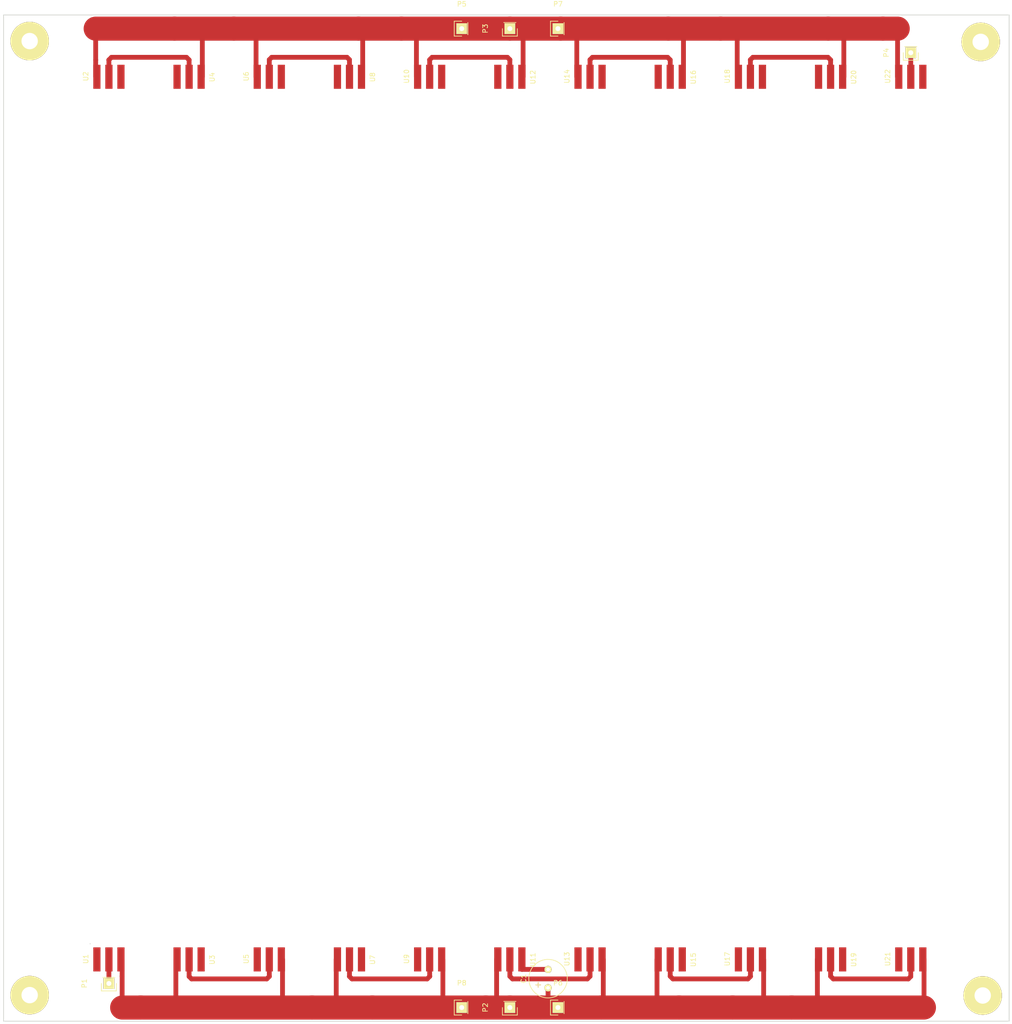
<source format=kicad_pcb>
(kicad_pcb (version 4) (host pcbnew "(2015-05-12 BZR 5652)-product")

  (general
    (links 40)
    (no_connects 0)
    (area 26.824999 -16.975001 235.975001 192.175001)
    (thickness 1.6)
    (drawings 9)
    (tracks 145)
    (zones 0)
    (modules 35)
    (nets 37)
  )

  (page A4)
  (layers
    (0 F.Cu signal)
    (31 B.Cu signal)
    (33 F.Adhes user)
    (35 F.Paste user)
    (37 F.SilkS user)
    (39 F.Mask user)
    (40 Dwgs.User user)
    (41 Cmts.User user)
    (42 Eco1.User user)
    (43 Eco2.User user)
    (44 Edge.Cuts user)
    (45 Margin user)
    (47 F.CrtYd user)
    (49 F.Fab user)
  )

  (setup
    (last_trace_width 1)
    (user_trace_width 5)
    (trace_clearance 0.4)
    (zone_clearance 0.508)
    (zone_45_only no)
    (trace_min 0.2)
    (segment_width 0.2)
    (edge_width 0.15)
    (via_size 0.6)
    (via_drill 0.4)
    (via_min_size 0.4)
    (via_min_drill 0.3)
    (uvia_size 0.3)
    (uvia_drill 0.1)
    (uvias_allowed no)
    (uvia_min_size 0.2)
    (uvia_min_drill 0.1)
    (pcb_text_width 0.3)
    (pcb_text_size 1.5 1.5)
    (mod_edge_width 0.15)
    (mod_text_size 1 1)
    (mod_text_width 0.15)
    (pad_size 8 8)
    (pad_drill 3.4)
    (pad_to_mask_clearance 0.2)
    (aux_axis_origin 26.4 192.6)
    (grid_origin 26.4 192.6)
    (visible_elements FFFFFF7F)
    (pcbplotparams
      (layerselection 0x01000_00000001)
      (usegerberextensions true)
      (excludeedgelayer true)
      (linewidth 0.150000)
      (plotframeref false)
      (viasonmask false)
      (mode 1)
      (useauxorigin true)
      (hpglpennumber 1)
      (hpglpenspeed 20)
      (hpglpendiameter 15)
      (hpglpenoverlay 2)
      (psnegative false)
      (psa4output false)
      (plotreference true)
      (plotvalue true)
      (plotinvisibletext false)
      (padsonsilk false)
      (subtractmaskfromsilk false)
      (outputformat 1)
      (mirror false)
      (drillshape 0)
      (scaleselection 1)
      (outputdirectory Gerbers/))
  )

  (net 0 "")
  (net 1 "Net-(P1-Pad1)")
  (net 2 +5V)
  (net 3 GND)
  (net 4 "Net-(P4-Pad1)")
  (net 5 "Net-(U1-Pad1)")
  (net 6 "Net-(U2-Pad2)")
  (net 7 "Net-(U2-Pad3)")
  (net 8 "Net-(U3-Pad1)")
  (net 9 "Net-(U3-Pad2)")
  (net 10 "Net-(U4-Pad3)")
  (net 11 "Net-(U5-Pad1)")
  (net 12 "Net-(U6-Pad2)")
  (net 13 "Net-(U6-Pad3)")
  (net 14 "Net-(U7-Pad1)")
  (net 15 "Net-(U7-Pad2)")
  (net 16 "Net-(U8-Pad3)")
  (net 17 "Net-(U9-Pad1)")
  (net 18 "Net-(U10-Pad2)")
  (net 19 "Net-(U10-Pad3)")
  (net 20 "Net-(U11-Pad2)")
  (net 21 "Net-(U12-Pad3)")
  (net 22 "Net-(U14-Pad2)")
  (net 23 "Net-(U14-Pad3)")
  (net 24 "Net-(U15-Pad1)")
  (net 25 "Net-(U15-Pad2)")
  (net 26 "Net-(U16-Pad3)")
  (net 27 "Net-(U17-Pad1)")
  (net 28 "Net-(U18-Pad2)")
  (net 29 "Net-(U18-Pad3)")
  (net 30 "Net-(U19-Pad1)")
  (net 31 "Net-(U19-Pad2)")
  (net 32 "Net-(U20-Pad3)")
  (net 33 "Net-(U21-Pad1)")
  (net 34 "Net-(U22-Pad3)")
  (net 35 "Net-(C1-Pad2)")
  (net 36 "Net-(U13-Pad1)")

  (net_class Default "This is the default net class."
    (clearance 0.4)
    (trace_width 1)
    (via_dia 0.6)
    (via_drill 0.4)
    (uvia_dia 0.3)
    (uvia_drill 0.1)
    (add_net +5V)
    (add_net GND)
    (add_net "Net-(C1-Pad2)")
    (add_net "Net-(P1-Pad1)")
    (add_net "Net-(P4-Pad1)")
    (add_net "Net-(U1-Pad1)")
    (add_net "Net-(U10-Pad2)")
    (add_net "Net-(U10-Pad3)")
    (add_net "Net-(U11-Pad2)")
    (add_net "Net-(U12-Pad3)")
    (add_net "Net-(U13-Pad1)")
    (add_net "Net-(U14-Pad2)")
    (add_net "Net-(U14-Pad3)")
    (add_net "Net-(U15-Pad1)")
    (add_net "Net-(U15-Pad2)")
    (add_net "Net-(U16-Pad3)")
    (add_net "Net-(U17-Pad1)")
    (add_net "Net-(U18-Pad2)")
    (add_net "Net-(U18-Pad3)")
    (add_net "Net-(U19-Pad1)")
    (add_net "Net-(U19-Pad2)")
    (add_net "Net-(U2-Pad2)")
    (add_net "Net-(U2-Pad3)")
    (add_net "Net-(U20-Pad3)")
    (add_net "Net-(U21-Pad1)")
    (add_net "Net-(U22-Pad3)")
    (add_net "Net-(U3-Pad1)")
    (add_net "Net-(U3-Pad2)")
    (add_net "Net-(U4-Pad3)")
    (add_net "Net-(U5-Pad1)")
    (add_net "Net-(U6-Pad2)")
    (add_net "Net-(U6-Pad3)")
    (add_net "Net-(U7-Pad1)")
    (add_net "Net-(U7-Pad2)")
    (add_net "Net-(U8-Pad3)")
    (add_net "Net-(U9-Pad1)")
  )

  (module FabLibrary:M3_mount_hole (layer F.Cu) (tedit 5579CB64) (tstamp 5579CF58)
    (at 26.4 -17.4)
    (descr "Through hole socket strip")
    (tags "socket strip")
    (fp_text reference REF** (at 0.02794 5.55498) (layer F.SilkS) hide
      (effects (font (size 1 1) (thickness 0.15)))
    )
    (fp_text value MountHole (at -0.05588 -5.34162) (layer F.Fab) hide
      (effects (font (size 1 1) (thickness 0.15)))
    )
    (pad 1 thru_hole circle (at 5.917 5.917) (size 8 8) (drill 3.4) (layers *.Cu *.Mask F.SilkS))
    (model Socket_Strips.3dshapes/Socket_Strip_Straight_1x01.wrl
      (at (xyz 0 0 0))
      (scale (xyz 1 1 1))
      (rotate (xyz 0 0 180))
    )
  )

  (module FabLibrary:M3_mount_hole (layer F.Cu) (tedit 5579CB64) (tstamp 5579CF2B)
    (at 235.9 -17.234)
    (descr "Through hole socket strip")
    (tags "socket strip")
    (fp_text reference REF** (at 0.02794 5.55498) (layer F.SilkS) hide
      (effects (font (size 1 1) (thickness 0.15)))
    )
    (fp_text value MountHole (at -0.05588 -5.34162) (layer F.Fab) hide
      (effects (font (size 1 1) (thickness 0.15)))
    )
    (pad 1 thru_hole circle (at -5.917 5.917) (size 8 8) (drill 3.4) (layers *.Cu *.Mask F.SilkS))
    (model Socket_Strips.3dshapes/Socket_Strip_Straight_1x01.wrl
      (at (xyz 0 0 0))
      (scale (xyz 1 1 1))
      (rotate (xyz 0 0 180))
    )
  )

  (module FabLibrary:M3_mount_hole (layer F.Cu) (tedit 5579CB64) (tstamp 5579CF21)
    (at 230.4 186.766)
    (descr "Through hole socket strip")
    (tags "socket strip")
    (fp_text reference REF** (at 0.02794 5.55498) (layer F.SilkS) hide
      (effects (font (size 1 1) (thickness 0.15)))
    )
    (fp_text value MountHole (at -0.05588 -5.34162) (layer F.Fab) hide
      (effects (font (size 1 1) (thickness 0.15)))
    )
    (pad 1 thru_hole circle (at 0 0) (size 8 8) (drill 3.4) (layers *.Cu *.Mask F.SilkS))
    (model Socket_Strips.3dshapes/Socket_Strip_Straight_1x01.wrl
      (at (xyz 0 0 0))
      (scale (xyz 1 1 1))
      (rotate (xyz 0 0 180))
    )
  )

  (module Socket_Strips:Socket_Strip_Straight_1x01 (layer F.Cu) (tedit 54E9F79C) (tstamp 55795FED)
    (at 48.7858 184.2662 90)
    (descr "Through hole socket strip")
    (tags "socket strip")
    (path /557982B6)
    (fp_text reference P1 (at 0 -5.1 90) (layer F.SilkS)
      (effects (font (size 1 1) (thickness 0.15)))
    )
    (fp_text value WS2812b_in (at 0 -3.1 90) (layer F.Fab)
      (effects (font (size 1 1) (thickness 0.15)))
    )
    (fp_line (start -1.75 -1.75) (end -1.75 1.75) (layer F.CrtYd) (width 0.05))
    (fp_line (start 1.75 -1.75) (end 1.75 1.75) (layer F.CrtYd) (width 0.05))
    (fp_line (start -1.75 -1.75) (end 1.75 -1.75) (layer F.CrtYd) (width 0.05))
    (fp_line (start -1.75 1.75) (end 1.75 1.75) (layer F.CrtYd) (width 0.05))
    (fp_line (start 1.27 1.27) (end 1.27 -1.27) (layer F.SilkS) (width 0.15))
    (fp_line (start -1.55 -1.55) (end 0 -1.55) (layer F.SilkS) (width 0.15))
    (fp_line (start -1.55 -1.55) (end -1.55 1.55) (layer F.SilkS) (width 0.15))
    (fp_line (start -1.55 1.55) (end 0 1.55) (layer F.SilkS) (width 0.15))
    (pad 1 thru_hole rect (at 0 0 90) (size 2.2352 2.2352) (drill 1.016) (layers *.Cu *.Mask F.SilkS)
      (net 1 "Net-(P1-Pad1)"))
    (model Socket_Strips.3dshapes/Socket_Strip_Straight_1x01.wrl
      (at (xyz 0 0 0))
      (scale (xyz 1 1 1))
      (rotate (xyz 0 0 180))
    )
  )

  (module Socket_Strips:Socket_Strip_Straight_1x01 (layer F.Cu) (tedit 54E9F79C) (tstamp 55795FF2)
    (at 132.119133 189.2662 90)
    (descr "Through hole socket strip")
    (tags "socket strip")
    (path /5578EA8E)
    (fp_text reference P2 (at 0 -5.1 90) (layer F.SilkS)
      (effects (font (size 1 1) (thickness 0.15)))
    )
    (fp_text value 5V+_In (at 0 -3.1 90) (layer F.Fab)
      (effects (font (size 1 1) (thickness 0.15)))
    )
    (fp_line (start -1.75 -1.75) (end -1.75 1.75) (layer F.CrtYd) (width 0.05))
    (fp_line (start 1.75 -1.75) (end 1.75 1.75) (layer F.CrtYd) (width 0.05))
    (fp_line (start -1.75 -1.75) (end 1.75 -1.75) (layer F.CrtYd) (width 0.05))
    (fp_line (start -1.75 1.75) (end 1.75 1.75) (layer F.CrtYd) (width 0.05))
    (fp_line (start 1.27 1.27) (end 1.27 -1.27) (layer F.SilkS) (width 0.15))
    (fp_line (start -1.55 -1.55) (end 0 -1.55) (layer F.SilkS) (width 0.15))
    (fp_line (start -1.55 -1.55) (end -1.55 1.55) (layer F.SilkS) (width 0.15))
    (fp_line (start -1.55 1.55) (end 0 1.55) (layer F.SilkS) (width 0.15))
    (pad 1 thru_hole rect (at 0 0 90) (size 2.2352 2.2352) (drill 1.016) (layers *.Cu *.Mask F.SilkS)
      (net 2 +5V))
    (model Socket_Strips.3dshapes/Socket_Strip_Straight_1x01.wrl
      (at (xyz 0 0 0))
      (scale (xyz 1 1 1))
      (rotate (xyz 0 0 180))
    )
  )

  (module Socket_Strips:Socket_Strip_Straight_1x01 (layer F.Cu) (tedit 54E9F79C) (tstamp 55795FF7)
    (at 132.11913 -14.067133 90)
    (descr "Through hole socket strip")
    (tags "socket strip")
    (path /5578F0B1)
    (fp_text reference P3 (at 0 -5.1 90) (layer F.SilkS)
      (effects (font (size 1 1) (thickness 0.15)))
    )
    (fp_text value GND_In (at 0 -3.1 90) (layer F.Fab)
      (effects (font (size 1 1) (thickness 0.15)))
    )
    (fp_line (start -1.75 -1.75) (end -1.75 1.75) (layer F.CrtYd) (width 0.05))
    (fp_line (start 1.75 -1.75) (end 1.75 1.75) (layer F.CrtYd) (width 0.05))
    (fp_line (start -1.75 -1.75) (end 1.75 -1.75) (layer F.CrtYd) (width 0.05))
    (fp_line (start -1.75 1.75) (end 1.75 1.75) (layer F.CrtYd) (width 0.05))
    (fp_line (start 1.27 1.27) (end 1.27 -1.27) (layer F.SilkS) (width 0.15))
    (fp_line (start -1.55 -1.55) (end 0 -1.55) (layer F.SilkS) (width 0.15))
    (fp_line (start -1.55 -1.55) (end -1.55 1.55) (layer F.SilkS) (width 0.15))
    (fp_line (start -1.55 1.55) (end 0 1.55) (layer F.SilkS) (width 0.15))
    (pad 1 thru_hole rect (at 0 0 90) (size 2.2352 2.2352) (drill 1.016) (layers *.Cu *.Mask F.SilkS)
      (net 3 GND))
    (model Socket_Strips.3dshapes/Socket_Strip_Straight_1x01.wrl
      (at (xyz 0 0 0))
      (scale (xyz 1 1 1))
      (rotate (xyz 0 0 180))
    )
  )

  (module Socket_Strips:Socket_Strip_Straight_1x01 (layer F.Cu) (tedit 54E9F79C) (tstamp 55795FFC)
    (at 215.452467 -9.067133 90)
    (descr "Through hole socket strip")
    (tags "socket strip")
    (path /55799423)
    (fp_text reference P4 (at 0 -5.1 90) (layer F.SilkS)
      (effects (font (size 1 1) (thickness 0.15)))
    )
    (fp_text value WS2812b_out (at 0 -3.1 90) (layer F.Fab)
      (effects (font (size 1 1) (thickness 0.15)))
    )
    (fp_line (start -1.75 -1.75) (end -1.75 1.75) (layer F.CrtYd) (width 0.05))
    (fp_line (start 1.75 -1.75) (end 1.75 1.75) (layer F.CrtYd) (width 0.05))
    (fp_line (start -1.75 -1.75) (end 1.75 -1.75) (layer F.CrtYd) (width 0.05))
    (fp_line (start -1.75 1.75) (end 1.75 1.75) (layer F.CrtYd) (width 0.05))
    (fp_line (start 1.27 1.27) (end 1.27 -1.27) (layer F.SilkS) (width 0.15))
    (fp_line (start -1.55 -1.55) (end 0 -1.55) (layer F.SilkS) (width 0.15))
    (fp_line (start -1.55 -1.55) (end -1.55 1.55) (layer F.SilkS) (width 0.15))
    (fp_line (start -1.55 1.55) (end 0 1.55) (layer F.SilkS) (width 0.15))
    (pad 1 thru_hole rect (at 0 0 90) (size 2.2352 2.2352) (drill 1.016) (layers *.Cu *.Mask F.SilkS)
      (net 4 "Net-(P4-Pad1)"))
    (model Socket_Strips.3dshapes/Socket_Strip_Straight_1x01.wrl
      (at (xyz 0 0 0))
      (scale (xyz 1 1 1))
      (rotate (xyz 0 0 180))
    )
  )

  (module FabLibrary:WS2812b_strip_conn (layer F.Cu) (tedit 55796BF1) (tstamp 55796096)
    (at 215.452467 -4.067133 270)
    (path /5578A093)
    (fp_text reference U22 (at -0.08382 4.8006 270) (layer F.SilkS)
      (effects (font (size 1 1) (thickness 0.15)))
    )
    (fp_text value WS2812b_Strip_Out (at -0.0635 -5.4483 270) (layer F.Fab) hide
      (effects (font (size 1 1) (thickness 0.15)))
    )
    (pad 1 smd rect (at 0 2.5 270) (size 5 1.5) (layers F.Cu F.Paste F.Mask)
      (net 3 GND))
    (pad 2 smd rect (at 0 0 270) (size 5 1.5) (layers F.Cu F.Paste F.Mask)
      (net 4 "Net-(P4-Pad1)"))
    (pad 3 smd rect (at 0 -2.5 270) (size 5 1.5) (layers F.Cu F.Paste F.Mask)
      (net 34 "Net-(U22-Pad3)"))
  )

  (module FabLibrary:WS2812b_strip_conn (layer F.Cu) (tedit 55796BF1) (tstamp 5579608F)
    (at 215.452467 179.2662 270)
    (path /5578A08D)
    (fp_text reference U21 (at -0.08382 4.8006 270) (layer F.SilkS)
      (effects (font (size 1 1) (thickness 0.15)))
    )
    (fp_text value WS2812b_Strip_In (at -0.0635 -5.4483 270) (layer F.Fab) hide
      (effects (font (size 1 1) (thickness 0.15)))
    )
    (pad 1 smd rect (at 0 2.5 270) (size 5 1.5) (layers F.Cu F.Paste F.Mask)
      (net 33 "Net-(U21-Pad1)"))
    (pad 2 smd rect (at 0 0 270) (size 5 1.5) (layers F.Cu F.Paste F.Mask)
      (net 31 "Net-(U19-Pad2)"))
    (pad 3 smd rect (at 0 -2.5 270) (size 5 1.5) (layers F.Cu F.Paste F.Mask)
      (net 2 +5V))
  )

  (module FabLibrary:WS2812b_strip_conn (layer F.Cu) (tedit 55796BF1) (tstamp 55796088)
    (at 198.7858 -4.067133 90)
    (path /5578A081)
    (fp_text reference U20 (at -0.08382 4.8006 90) (layer F.SilkS)
      (effects (font (size 1 1) (thickness 0.15)))
    )
    (fp_text value WS2812b_Strip_In (at -0.0635 -5.4483 90) (layer F.Fab) hide
      (effects (font (size 1 1) (thickness 0.15)))
    )
    (pad 1 smd rect (at 0 2.5 90) (size 5 1.5) (layers F.Cu F.Paste F.Mask)
      (net 3 GND))
    (pad 2 smd rect (at 0 0 90) (size 5 1.5) (layers F.Cu F.Paste F.Mask)
      (net 28 "Net-(U18-Pad2)"))
    (pad 3 smd rect (at 0 -2.5 90) (size 5 1.5) (layers F.Cu F.Paste F.Mask)
      (net 32 "Net-(U20-Pad3)"))
  )

  (module FabLibrary:WS2812b_strip_conn (layer F.Cu) (tedit 55796BF1) (tstamp 55796081)
    (at 198.7858 179.2662 90)
    (path /5578A087)
    (fp_text reference U19 (at -0.08382 4.8006 90) (layer F.SilkS)
      (effects (font (size 1 1) (thickness 0.15)))
    )
    (fp_text value WS2812b_Strip_Out (at -0.0635 -5.4483 90) (layer F.Fab) hide
      (effects (font (size 1 1) (thickness 0.15)))
    )
    (pad 1 smd rect (at 0 2.5 90) (size 5 1.5) (layers F.Cu F.Paste F.Mask)
      (net 30 "Net-(U19-Pad1)"))
    (pad 2 smd rect (at 0 0 90) (size 5 1.5) (layers F.Cu F.Paste F.Mask)
      (net 31 "Net-(U19-Pad2)"))
    (pad 3 smd rect (at 0 -2.5 90) (size 5 1.5) (layers F.Cu F.Paste F.Mask)
      (net 2 +5V))
  )

  (module FabLibrary:WS2812b_strip_conn (layer F.Cu) (tedit 55796BF1) (tstamp 5579607A)
    (at 182.119133 -4.067133 270)
    (path /5578A07B)
    (fp_text reference U18 (at -0.08382 4.8006 270) (layer F.SilkS)
      (effects (font (size 1 1) (thickness 0.15)))
    )
    (fp_text value WS2812b_Strip_Out (at -0.0635 -5.4483 270) (layer F.Fab) hide
      (effects (font (size 1 1) (thickness 0.15)))
    )
    (pad 1 smd rect (at 0 2.5 270) (size 5 1.5) (layers F.Cu F.Paste F.Mask)
      (net 3 GND))
    (pad 2 smd rect (at 0 0 270) (size 5 1.5) (layers F.Cu F.Paste F.Mask)
      (net 28 "Net-(U18-Pad2)"))
    (pad 3 smd rect (at 0 -2.5 270) (size 5 1.5) (layers F.Cu F.Paste F.Mask)
      (net 29 "Net-(U18-Pad3)"))
  )

  (module FabLibrary:WS2812b_strip_conn (layer F.Cu) (tedit 55796BF1) (tstamp 55796073)
    (at 182.119133 179.2662 270)
    (path /5578A075)
    (fp_text reference U17 (at -0.08382 4.8006 270) (layer F.SilkS)
      (effects (font (size 1 1) (thickness 0.15)))
    )
    (fp_text value WS2812b_Strip_In (at -0.0635 -5.4483 270) (layer F.Fab) hide
      (effects (font (size 1 1) (thickness 0.15)))
    )
    (pad 1 smd rect (at 0 2.5 270) (size 5 1.5) (layers F.Cu F.Paste F.Mask)
      (net 27 "Net-(U17-Pad1)"))
    (pad 2 smd rect (at 0 0 270) (size 5 1.5) (layers F.Cu F.Paste F.Mask)
      (net 25 "Net-(U15-Pad2)"))
    (pad 3 smd rect (at 0 -2.5 270) (size 5 1.5) (layers F.Cu F.Paste F.Mask)
      (net 2 +5V))
  )

  (module FabLibrary:WS2812b_strip_conn (layer F.Cu) (tedit 55796BF1) (tstamp 5579606C)
    (at 165.452467 -4.067133 90)
    (path /55789765)
    (fp_text reference U16 (at -0.08382 4.8006 90) (layer F.SilkS)
      (effects (font (size 1 1) (thickness 0.15)))
    )
    (fp_text value WS2812b_Strip_In (at -0.0635 -5.4483 90) (layer F.Fab) hide
      (effects (font (size 1 1) (thickness 0.15)))
    )
    (pad 1 smd rect (at 0 2.5 90) (size 5 1.5) (layers F.Cu F.Paste F.Mask)
      (net 3 GND))
    (pad 2 smd rect (at 0 0 90) (size 5 1.5) (layers F.Cu F.Paste F.Mask)
      (net 22 "Net-(U14-Pad2)"))
    (pad 3 smd rect (at 0 -2.5 90) (size 5 1.5) (layers F.Cu F.Paste F.Mask)
      (net 26 "Net-(U16-Pad3)"))
  )

  (module FabLibrary:WS2812b_strip_conn (layer F.Cu) (tedit 55796BF1) (tstamp 55796065)
    (at 165.452467 179.2662 90)
    (path /5578976B)
    (fp_text reference U15 (at -0.08382 4.8006 90) (layer F.SilkS)
      (effects (font (size 1 1) (thickness 0.15)))
    )
    (fp_text value WS2812b_Strip_Out (at -0.0635 -5.4483 90) (layer F.Fab) hide
      (effects (font (size 1 1) (thickness 0.15)))
    )
    (pad 1 smd rect (at 0 2.5 90) (size 5 1.5) (layers F.Cu F.Paste F.Mask)
      (net 24 "Net-(U15-Pad1)"))
    (pad 2 smd rect (at 0 0 90) (size 5 1.5) (layers F.Cu F.Paste F.Mask)
      (net 25 "Net-(U15-Pad2)"))
    (pad 3 smd rect (at 0 -2.5 90) (size 5 1.5) (layers F.Cu F.Paste F.Mask)
      (net 2 +5V))
  )

  (module FabLibrary:WS2812b_strip_conn (layer F.Cu) (tedit 55796BF1) (tstamp 5579605E)
    (at 148.7858 -4.067133 270)
    (path /5578975F)
    (fp_text reference U14 (at -0.08382 4.8006 270) (layer F.SilkS)
      (effects (font (size 1 1) (thickness 0.15)))
    )
    (fp_text value WS2812b_Strip_Out (at -0.0635 -5.4483 270) (layer F.Fab) hide
      (effects (font (size 1 1) (thickness 0.15)))
    )
    (pad 1 smd rect (at 0 2.5 270) (size 5 1.5) (layers F.Cu F.Paste F.Mask)
      (net 3 GND))
    (pad 2 smd rect (at 0 0 270) (size 5 1.5) (layers F.Cu F.Paste F.Mask)
      (net 22 "Net-(U14-Pad2)"))
    (pad 3 smd rect (at 0 -2.5 270) (size 5 1.5) (layers F.Cu F.Paste F.Mask)
      (net 23 "Net-(U14-Pad3)"))
  )

  (module FabLibrary:WS2812b_strip_conn (layer F.Cu) (tedit 55796BF1) (tstamp 55796057)
    (at 148.7858 179.2662 270)
    (path /55789759)
    (fp_text reference U13 (at -0.08382 4.8006 270) (layer F.SilkS)
      (effects (font (size 1 1) (thickness 0.15)))
    )
    (fp_text value WS2812b_Strip_In (at -0.0635 -5.4483 270) (layer F.Fab) hide
      (effects (font (size 1 1) (thickness 0.15)))
    )
    (pad 1 smd rect (at 0 2.5 270) (size 5 1.5) (layers F.Cu F.Paste F.Mask)
      (net 36 "Net-(U13-Pad1)"))
    (pad 2 smd rect (at 0 0 270) (size 5 1.5) (layers F.Cu F.Paste F.Mask)
      (net 20 "Net-(U11-Pad2)"))
    (pad 3 smd rect (at 0 -2.5 270) (size 5 1.5) (layers F.Cu F.Paste F.Mask)
      (net 2 +5V))
  )

  (module FabLibrary:WS2812b_strip_conn (layer F.Cu) (tedit 55796BF1) (tstamp 55796050)
    (at 132.119134 -4.067133 90)
    (path /5578974D)
    (fp_text reference U12 (at -0.08382 4.8006 90) (layer F.SilkS)
      (effects (font (size 1 1) (thickness 0.15)))
    )
    (fp_text value WS2812b_Strip_In (at -0.0635 -5.4483 90) (layer F.Fab) hide
      (effects (font (size 1 1) (thickness 0.15)))
    )
    (pad 1 smd rect (at 0 2.5 90) (size 5 1.5) (layers F.Cu F.Paste F.Mask)
      (net 3 GND))
    (pad 2 smd rect (at 0 0 90) (size 5 1.5) (layers F.Cu F.Paste F.Mask)
      (net 18 "Net-(U10-Pad2)"))
    (pad 3 smd rect (at 0 -2.5 90) (size 5 1.5) (layers F.Cu F.Paste F.Mask)
      (net 21 "Net-(U12-Pad3)"))
  )

  (module FabLibrary:WS2812b_strip_conn (layer F.Cu) (tedit 55796BF1) (tstamp 55796049)
    (at 132.119133 179.2662 90)
    (path /55789753)
    (fp_text reference U11 (at -0.08382 4.8006 90) (layer F.SilkS)
      (effects (font (size 1 1) (thickness 0.15)))
    )
    (fp_text value WS2812b_Strip_Out (at -0.0635 -5.4483 90) (layer F.Fab) hide
      (effects (font (size 1 1) (thickness 0.15)))
    )
    (pad 1 smd rect (at 0 2.5 90) (size 5 1.5) (layers F.Cu F.Paste F.Mask)
      (net 35 "Net-(C1-Pad2)"))
    (pad 2 smd rect (at 0 0 90) (size 5 1.5) (layers F.Cu F.Paste F.Mask)
      (net 20 "Net-(U11-Pad2)"))
    (pad 3 smd rect (at 0 -2.5 90) (size 5 1.5) (layers F.Cu F.Paste F.Mask)
      (net 2 +5V))
  )

  (module FabLibrary:WS2812b_strip_conn (layer F.Cu) (tedit 55796BF1) (tstamp 55796042)
    (at 115.452467 -4.067133 270)
    (path /55789747)
    (fp_text reference U10 (at -0.08382 4.8006 270) (layer F.SilkS)
      (effects (font (size 1 1) (thickness 0.15)))
    )
    (fp_text value WS2812b_Strip_Out (at -0.0635 -5.4483 270) (layer F.Fab) hide
      (effects (font (size 1 1) (thickness 0.15)))
    )
    (pad 1 smd rect (at 0 2.5 270) (size 5 1.5) (layers F.Cu F.Paste F.Mask)
      (net 3 GND))
    (pad 2 smd rect (at 0 0 270) (size 5 1.5) (layers F.Cu F.Paste F.Mask)
      (net 18 "Net-(U10-Pad2)"))
    (pad 3 smd rect (at 0 -2.5 270) (size 5 1.5) (layers F.Cu F.Paste F.Mask)
      (net 19 "Net-(U10-Pad3)"))
  )

  (module FabLibrary:WS2812b_strip_conn (layer F.Cu) (tedit 55796BF1) (tstamp 5579603B)
    (at 115.452467 179.2662 270)
    (path /55789741)
    (fp_text reference U9 (at -0.08382 4.8006 270) (layer F.SilkS)
      (effects (font (size 1 1) (thickness 0.15)))
    )
    (fp_text value WS2812b_Strip_In (at -0.0635 -5.4483 270) (layer F.Fab) hide
      (effects (font (size 1 1) (thickness 0.15)))
    )
    (pad 1 smd rect (at 0 2.5 270) (size 5 1.5) (layers F.Cu F.Paste F.Mask)
      (net 17 "Net-(U9-Pad1)"))
    (pad 2 smd rect (at 0 0 270) (size 5 1.5) (layers F.Cu F.Paste F.Mask)
      (net 15 "Net-(U7-Pad2)"))
    (pad 3 smd rect (at 0 -2.5 270) (size 5 1.5) (layers F.Cu F.Paste F.Mask)
      (net 2 +5V))
  )

  (module FabLibrary:WS2812b_strip_conn (layer F.Cu) (tedit 55796BF1) (tstamp 55796034)
    (at 98.7858 -4.067133 90)
    (path /55788F85)
    (fp_text reference U8 (at -0.08382 4.8006 90) (layer F.SilkS)
      (effects (font (size 1 1) (thickness 0.15)))
    )
    (fp_text value WS2812b_Strip_In (at -0.0635 -5.4483 90) (layer F.Fab) hide
      (effects (font (size 1 1) (thickness 0.15)))
    )
    (pad 1 smd rect (at 0 2.5 90) (size 5 1.5) (layers F.Cu F.Paste F.Mask)
      (net 3 GND))
    (pad 2 smd rect (at 0 0 90) (size 5 1.5) (layers F.Cu F.Paste F.Mask)
      (net 12 "Net-(U6-Pad2)"))
    (pad 3 smd rect (at 0 -2.5 90) (size 5 1.5) (layers F.Cu F.Paste F.Mask)
      (net 16 "Net-(U8-Pad3)"))
  )

  (module FabLibrary:WS2812b_strip_conn (layer F.Cu) (tedit 55796BF1) (tstamp 5579602D)
    (at 98.7858 179.2662 90)
    (path /55788F8B)
    (fp_text reference U7 (at -0.08382 4.8006 90) (layer F.SilkS)
      (effects (font (size 1 1) (thickness 0.15)))
    )
    (fp_text value WS2812b_Strip_Out (at -0.0635 -5.4483 90) (layer F.Fab) hide
      (effects (font (size 1 1) (thickness 0.15)))
    )
    (pad 1 smd rect (at 0 2.5 90) (size 5 1.5) (layers F.Cu F.Paste F.Mask)
      (net 14 "Net-(U7-Pad1)"))
    (pad 2 smd rect (at 0 0 90) (size 5 1.5) (layers F.Cu F.Paste F.Mask)
      (net 15 "Net-(U7-Pad2)"))
    (pad 3 smd rect (at 0 -2.5 90) (size 5 1.5) (layers F.Cu F.Paste F.Mask)
      (net 2 +5V))
  )

  (module FabLibrary:WS2812b_strip_conn (layer F.Cu) (tedit 55796BF1) (tstamp 55796026)
    (at 82.119133 -4.067133 270)
    (path /55788F7F)
    (fp_text reference U6 (at -0.08382 4.8006 270) (layer F.SilkS)
      (effects (font (size 1 1) (thickness 0.15)))
    )
    (fp_text value WS2812b_Strip_Out (at -0.0635 -5.4483 270) (layer F.Fab) hide
      (effects (font (size 1 1) (thickness 0.15)))
    )
    (pad 1 smd rect (at 0 2.5 270) (size 5 1.5) (layers F.Cu F.Paste F.Mask)
      (net 3 GND))
    (pad 2 smd rect (at 0 0 270) (size 5 1.5) (layers F.Cu F.Paste F.Mask)
      (net 12 "Net-(U6-Pad2)"))
    (pad 3 smd rect (at 0 -2.5 270) (size 5 1.5) (layers F.Cu F.Paste F.Mask)
      (net 13 "Net-(U6-Pad3)"))
  )

  (module FabLibrary:WS2812b_strip_conn (layer F.Cu) (tedit 55796BF1) (tstamp 5579601F)
    (at 82.119133 179.2662 270)
    (path /55788F79)
    (fp_text reference U5 (at -0.08382 4.8006 270) (layer F.SilkS)
      (effects (font (size 1 1) (thickness 0.15)))
    )
    (fp_text value WS2812b_Strip_In (at -0.0635 -5.4483 270) (layer F.Fab) hide
      (effects (font (size 1 1) (thickness 0.15)))
    )
    (pad 1 smd rect (at 0 2.5 270) (size 5 1.5) (layers F.Cu F.Paste F.Mask)
      (net 11 "Net-(U5-Pad1)"))
    (pad 2 smd rect (at 0 0 270) (size 5 1.5) (layers F.Cu F.Paste F.Mask)
      (net 9 "Net-(U3-Pad2)"))
    (pad 3 smd rect (at 0 -2.5 270) (size 5 1.5) (layers F.Cu F.Paste F.Mask)
      (net 2 +5V))
  )

  (module FabLibrary:WS2812b_strip_conn (layer F.Cu) (tedit 55796BF1) (tstamp 55796018)
    (at 65.452467 -4.067133 90)
    (path /55787FB2)
    (fp_text reference U4 (at -0.08382 4.8006 90) (layer F.SilkS)
      (effects (font (size 1 1) (thickness 0.15)))
    )
    (fp_text value WS2812b_Strip_In (at -0.0635 -5.4483 90) (layer F.Fab) hide
      (effects (font (size 1 1) (thickness 0.15)))
    )
    (pad 1 smd rect (at 0 2.5 90) (size 5 1.5) (layers F.Cu F.Paste F.Mask)
      (net 3 GND))
    (pad 2 smd rect (at 0 0 90) (size 5 1.5) (layers F.Cu F.Paste F.Mask)
      (net 6 "Net-(U2-Pad2)"))
    (pad 3 smd rect (at 0 -2.5 90) (size 5 1.5) (layers F.Cu F.Paste F.Mask)
      (net 10 "Net-(U4-Pad3)"))
  )

  (module FabLibrary:WS2812b_strip_conn (layer F.Cu) (tedit 55796BF1) (tstamp 55796011)
    (at 65.452467 179.2662 90)
    (path /55787FB8)
    (fp_text reference U3 (at -0.08382 4.8006 90) (layer F.SilkS)
      (effects (font (size 1 1) (thickness 0.15)))
    )
    (fp_text value WS2812b_Strip_Out (at -0.0635 -5.4483 90) (layer F.Fab) hide
      (effects (font (size 1 1) (thickness 0.15)))
    )
    (pad 1 smd rect (at 0 2.5 90) (size 5 1.5) (layers F.Cu F.Paste F.Mask)
      (net 8 "Net-(U3-Pad1)"))
    (pad 2 smd rect (at 0 0 90) (size 5 1.5) (layers F.Cu F.Paste F.Mask)
      (net 9 "Net-(U3-Pad2)"))
    (pad 3 smd rect (at 0 -2.5 90) (size 5 1.5) (layers F.Cu F.Paste F.Mask)
      (net 2 +5V))
  )

  (module FabLibrary:WS2812b_strip_conn (layer F.Cu) (tedit 55796BF1) (tstamp 55796003)
    (at 48.7858 179.2662 270)
    (path /55783984)
    (fp_text reference U1 (at -0.08382 4.8006 270) (layer F.SilkS)
      (effects (font (size 1 1) (thickness 0.15)))
    )
    (fp_text value WS2812b_Strip_In (at -0.0635 -5.4483 270) (layer F.Fab) hide
      (effects (font (size 1 1) (thickness 0.15)))
    )
    (pad 1 smd rect (at 0 2.5 270) (size 5 1.5) (layers F.Cu F.Paste F.Mask)
      (net 5 "Net-(U1-Pad1)"))
    (pad 2 smd rect (at 0 0 270) (size 5 1.5) (layers F.Cu F.Paste F.Mask)
      (net 1 "Net-(P1-Pad1)"))
    (pad 3 smd rect (at 0 -2.5 270) (size 5 1.5) (layers F.Cu F.Paste F.Mask)
      (net 2 +5V))
  )

  (module FabLibrary:WS2812b_strip_conn (layer F.Cu) (tedit 55796BF1) (tstamp 5579600A)
    (at 48.7858 -4.067133 270)
    (path /557865BD)
    (fp_text reference U2 (at -0.08382 4.8006 270) (layer F.SilkS)
      (effects (font (size 1 1) (thickness 0.15)))
    )
    (fp_text value WS2812b_Strip_Out (at -0.0635 -5.4483 270) (layer F.Fab) hide
      (effects (font (size 1 1) (thickness 0.15)))
    )
    (pad 1 smd rect (at 0 2.5 270) (size 5 1.5) (layers F.Cu F.Paste F.Mask)
      (net 3 GND))
    (pad 2 smd rect (at 0 0 270) (size 5 1.5) (layers F.Cu F.Paste F.Mask)
      (net 6 "Net-(U2-Pad2)"))
    (pad 3 smd rect (at 0 -2.5 270) (size 5 1.5) (layers F.Cu F.Paste F.Mask)
      (net 7 "Net-(U2-Pad3)"))
  )

  (module FabLibrary:M3_mount_hole (layer F.Cu) (tedit 5579CB64) (tstamp 5579CF16)
    (at 32.317 186.683)
    (descr "Through hole socket strip")
    (tags "socket strip")
    (fp_text reference REF** (at 0.02794 5.55498) (layer F.SilkS) hide
      (effects (font (size 1 1) (thickness 0.15)))
    )
    (fp_text value MountHole (at -0.05588 -5.34162) (layer F.Fab) hide
      (effects (font (size 1 1) (thickness 0.15)))
    )
    (pad 1 thru_hole circle (at 0 0) (size 8 8) (drill 3.4) (layers *.Cu *.Mask F.SilkS))
    (model Socket_Strips.3dshapes/Socket_Strip_Straight_1x01.wrl
      (at (xyz 0 0 0))
      (scale (xyz 1 1 1))
      (rotate (xyz 0 0 180))
    )
  )

  (module Socket_Strips:Socket_Strip_Straight_1x01 (layer F.Cu) (tedit 54E9F79C) (tstamp 5579D414)
    (at 122.119133 -14.067133)
    (descr "Through hole socket strip")
    (tags "socket strip")
    (path /5579D510)
    (fp_text reference P5 (at 0 -5.1) (layer F.SilkS)
      (effects (font (size 1 1) (thickness 0.15)))
    )
    (fp_text value GND_Out (at 0 -3.1) (layer F.Fab)
      (effects (font (size 1 1) (thickness 0.15)))
    )
    (fp_line (start -1.75 -1.75) (end -1.75 1.75) (layer F.CrtYd) (width 0.05))
    (fp_line (start 1.75 -1.75) (end 1.75 1.75) (layer F.CrtYd) (width 0.05))
    (fp_line (start -1.75 -1.75) (end 1.75 -1.75) (layer F.CrtYd) (width 0.05))
    (fp_line (start -1.75 1.75) (end 1.75 1.75) (layer F.CrtYd) (width 0.05))
    (fp_line (start 1.27 1.27) (end 1.27 -1.27) (layer F.SilkS) (width 0.15))
    (fp_line (start -1.55 -1.55) (end 0 -1.55) (layer F.SilkS) (width 0.15))
    (fp_line (start -1.55 -1.55) (end -1.55 1.55) (layer F.SilkS) (width 0.15))
    (fp_line (start -1.55 1.55) (end 0 1.55) (layer F.SilkS) (width 0.15))
    (pad 1 thru_hole rect (at 0 0) (size 2.2352 2.2352) (drill 1.016) (layers *.Cu *.Mask F.SilkS)
      (net 3 GND))
    (model Socket_Strips.3dshapes/Socket_Strip_Straight_1x01.wrl
      (at (xyz 0 0 0))
      (scale (xyz 1 1 1))
      (rotate (xyz 0 0 180))
    )
  )

  (module Socket_Strips:Socket_Strip_Straight_1x01 (layer F.Cu) (tedit 54E9F79C) (tstamp 5579D421)
    (at 142.119133 189.2662)
    (descr "Through hole socket strip")
    (tags "socket strip")
    (path /5579CEA0)
    (fp_text reference P6 (at 0 -5.1) (layer F.SilkS)
      (effects (font (size 1 1) (thickness 0.15)))
    )
    (fp_text value 5V+_Out (at 0 -3.1) (layer F.Fab)
      (effects (font (size 1 1) (thickness 0.15)))
    )
    (fp_line (start -1.75 -1.75) (end -1.75 1.75) (layer F.CrtYd) (width 0.05))
    (fp_line (start 1.75 -1.75) (end 1.75 1.75) (layer F.CrtYd) (width 0.05))
    (fp_line (start -1.75 -1.75) (end 1.75 -1.75) (layer F.CrtYd) (width 0.05))
    (fp_line (start -1.75 1.75) (end 1.75 1.75) (layer F.CrtYd) (width 0.05))
    (fp_line (start 1.27 1.27) (end 1.27 -1.27) (layer F.SilkS) (width 0.15))
    (fp_line (start -1.55 -1.55) (end 0 -1.55) (layer F.SilkS) (width 0.15))
    (fp_line (start -1.55 -1.55) (end -1.55 1.55) (layer F.SilkS) (width 0.15))
    (fp_line (start -1.55 1.55) (end 0 1.55) (layer F.SilkS) (width 0.15))
    (pad 1 thru_hole rect (at 0 0) (size 2.2352 2.2352) (drill 1.016) (layers *.Cu *.Mask F.SilkS)
      (net 2 +5V))
    (model Socket_Strips.3dshapes/Socket_Strip_Straight_1x01.wrl
      (at (xyz 0 0 0))
      (scale (xyz 1 1 1))
      (rotate (xyz 0 0 180))
    )
  )

  (module Socket_Strips:Socket_Strip_Straight_1x01 (layer F.Cu) (tedit 54E9F79C) (tstamp 5579D42E)
    (at 142.119133 -14.067133)
    (descr "Through hole socket strip")
    (tags "socket strip")
    (path /5579D656)
    (fp_text reference P7 (at 0 -5.1) (layer F.SilkS)
      (effects (font (size 1 1) (thickness 0.15)))
    )
    (fp_text value GND_Out (at 0 -3.1) (layer F.Fab)
      (effects (font (size 1 1) (thickness 0.15)))
    )
    (fp_line (start -1.75 -1.75) (end -1.75 1.75) (layer F.CrtYd) (width 0.05))
    (fp_line (start 1.75 -1.75) (end 1.75 1.75) (layer F.CrtYd) (width 0.05))
    (fp_line (start -1.75 -1.75) (end 1.75 -1.75) (layer F.CrtYd) (width 0.05))
    (fp_line (start -1.75 1.75) (end 1.75 1.75) (layer F.CrtYd) (width 0.05))
    (fp_line (start 1.27 1.27) (end 1.27 -1.27) (layer F.SilkS) (width 0.15))
    (fp_line (start -1.55 -1.55) (end 0 -1.55) (layer F.SilkS) (width 0.15))
    (fp_line (start -1.55 -1.55) (end -1.55 1.55) (layer F.SilkS) (width 0.15))
    (fp_line (start -1.55 1.55) (end 0 1.55) (layer F.SilkS) (width 0.15))
    (pad 1 thru_hole rect (at 0 0) (size 2.2352 2.2352) (drill 1.016) (layers *.Cu *.Mask F.SilkS)
      (net 3 GND))
    (model Socket_Strips.3dshapes/Socket_Strip_Straight_1x01.wrl
      (at (xyz 0 0 0))
      (scale (xyz 1 1 1))
      (rotate (xyz 0 0 180))
    )
  )

  (module Socket_Strips:Socket_Strip_Straight_1x01 (layer F.Cu) (tedit 54E9F79C) (tstamp 5579D43B)
    (at 122.119133 189.2662)
    (descr "Through hole socket strip")
    (tags "socket strip")
    (path /5579CF38)
    (fp_text reference P8 (at 0 -5.1) (layer F.SilkS)
      (effects (font (size 1 1) (thickness 0.15)))
    )
    (fp_text value 5V+_Out (at 0 -3.1) (layer F.Fab)
      (effects (font (size 1 1) (thickness 0.15)))
    )
    (fp_line (start -1.75 -1.75) (end -1.75 1.75) (layer F.CrtYd) (width 0.05))
    (fp_line (start 1.75 -1.75) (end 1.75 1.75) (layer F.CrtYd) (width 0.05))
    (fp_line (start -1.75 -1.75) (end 1.75 -1.75) (layer F.CrtYd) (width 0.05))
    (fp_line (start -1.75 1.75) (end 1.75 1.75) (layer F.CrtYd) (width 0.05))
    (fp_line (start 1.27 1.27) (end 1.27 -1.27) (layer F.SilkS) (width 0.15))
    (fp_line (start -1.55 -1.55) (end 0 -1.55) (layer F.SilkS) (width 0.15))
    (fp_line (start -1.55 -1.55) (end -1.55 1.55) (layer F.SilkS) (width 0.15))
    (fp_line (start -1.55 1.55) (end 0 1.55) (layer F.SilkS) (width 0.15))
    (pad 1 thru_hole rect (at 0 0) (size 2.2352 2.2352) (drill 1.016) (layers *.Cu *.Mask F.SilkS)
      (net 2 +5V))
    (model Socket_Strips.3dshapes/Socket_Strip_Straight_1x01.wrl
      (at (xyz 0 0 0))
      (scale (xyz 1 1 1))
      (rotate (xyz 0 0 180))
    )
  )

  (module Capacitors_Elko_ThroughHole:Elko_vert_11.5x8mm_RM3.5 (layer F.Cu) (tedit 5454A1EC) (tstamp 558D172C)
    (at 140.06 185.17 90)
    (descr "Electrolytic Capacitor, vertical, diameter 8mm, RM 3,5mm, radial,")
    (tags "Electrolytic Capacitor, vertical, diameter 8mm, radial, RM 3,5mm, Elko, Electrolytkondensator, Kondensator gepolt, Durchmesser 8mm,")
    (path /558D1661)
    (fp_text reference C1 (at 1.905 -5.08 90) (layer F.SilkS)
      (effects (font (size 1 1) (thickness 0.15)))
    )
    (fp_text value CP (at 2.54 6.35 90) (layer F.Fab)
      (effects (font (size 1 1) (thickness 0.15)))
    )
    (fp_line (start 0.10414 -2.02438) (end 1.1303 -2.02438) (layer F.SilkS) (width 0.15))
    (fp_line (start 0.62992 -2.57556) (end 0.62992 -1.524) (layer F.SilkS) (width 0.15))
    (fp_line (start 0.635 -2.54) (end 0.635 -1.524) (layer F.Cu) (width 0.15))
    (fp_line (start 0.127 -2.032) (end 1.143 -2.032) (layer F.Cu) (width 0.15))
    (fp_circle (center 1.905 0) (end 5.9055 0) (layer F.SilkS) (width 0.15))
    (pad 2 thru_hole circle (at 3.81 0 90) (size 1.50114 1.50114) (drill 0.8001) (layers *.Cu *.Mask F.SilkS)
      (net 35 "Net-(C1-Pad2)"))
    (pad 1 thru_hole circle (at 0 0 90) (size 1.50114 1.50114) (drill 0.8001) (layers *.Cu *.Mask F.SilkS)
      (net 2 +5V))
    (model Capacitors_Elko_ThroughHole.3dshapes/Elko_vert_11.5x8mm_RM3.5.wrl
      (at (xyz 0 0 0))
      (scale (xyz 1 1 1))
      (rotate (xyz 0 0 0))
    )
  )

  (gr_line (start 235.9 192.1) (end 26.9 192.1) (angle 90) (layer Edge.Cuts) (width 0.15))
  (gr_line (start 235.9 -16.9) (end 235.9 192.1) (angle 90) (layer Edge.Cuts) (width 0.15))
  (gr_line (start 26.9 -16.9) (end 235.9 -16.9) (angle 90) (layer Edge.Cuts) (width 0.15))
  (gr_line (start 26.9 192.1) (end 26.9 -16.9) (angle 90) (layer Edge.Cuts) (width 0.15))
  (gr_line (start 26.4 -17.4) (end 26.4 192.6) (angle 90) (layer Dwgs.User) (width 0.2))
  (gr_line (start 236.4 -17.4) (end 26.4 -17.4) (angle 90) (layer Dwgs.User) (width 0.2))
  (gr_line (start 236.4 192.6) (end 236.4 -17.4) (angle 90) (layer Dwgs.User) (width 0.2))
  (gr_line (start 26.4 192.6) (end 236.4 192.6) (angle 90) (layer Dwgs.User) (width 0.2))
  (gr_line (start 44.8858 175.9662) (end 44.8858 176.0662) (angle 90) (layer Edge.Cuts) (width 0.15))

  (segment (start 48.7858 184.2662) (end 48.7858 179.2662) (width 1) (layer F.Cu) (net 1))
  (segment (start 132.119133 189.2662) (end 142.119133 189.2662) (width 1) (layer F.Cu) (net 2))
  (segment (start 122.119133 189.2662) (end 132.119133 189.2662) (width 1) (layer F.Cu) (net 2))
  (segment (start 218.202467 189.249533) (end 218.1858 189.2662) (width 1) (layer F.Cu) (net 2))
  (segment (start 218.202467 179.2662) (end 218.202467 189.249533) (width 1) (layer F.Cu) (net 2))
  (segment (start 190.685097 189.2662) (end 218.1858 189.2662) (width 5) (layer F.Cu) (net 2))
  (segment (start 195.9358 189.2662) (end 190.685097 189.2662) (width 1) (layer F.Cu) (net 2))
  (segment (start 196.0358 189.1662) (end 195.9358 189.2662) (width 1) (layer F.Cu) (net 2))
  (segment (start 196.0358 179.2662) (end 196.0358 189.1662) (width 1) (layer F.Cu) (net 2))
  (segment (start 178.428927 189.2662) (end 190.685097 189.2662) (width 5) (layer F.Cu) (net 2))
  (segment (start 184.869133 189.2662) (end 178.428927 189.2662) (width 1) (layer F.Cu) (net 2))
  (segment (start 184.869133 179.2662) (end 184.869133 189.2662) (width 1) (layer F.Cu) (net 2))
  (segment (start 167.292377 189.2662) (end 178.428927 189.2662) (width 5) (layer F.Cu) (net 2))
  (segment (start 162.702467 189.2662) (end 167.292377 189.2662) (width 1) (layer F.Cu) (net 2))
  (segment (start 162.702467 179.2662) (end 162.702467 189.2662) (width 1) (layer F.Cu) (net 2))
  (segment (start 151.5358 188.848265) (end 151.117865 189.2662) (width 1) (layer F.Cu) (net 2))
  (segment (start 151.5358 179.2662) (end 151.5358 188.848265) (width 1) (layer F.Cu) (net 2))
  (segment (start 151.117865 189.2662) (end 167.292377 189.2662) (width 5) (layer F.Cu) (net 2))
  (segment (start 130.001533 189.2662) (end 132.119133 189.2662) (width 1) (layer F.Cu) (net 2))
  (segment (start 129.369133 188.6338) (end 130.001533 189.2662) (width 1) (layer F.Cu) (net 2))
  (segment (start 129.369133 179.2662) (end 129.369133 188.6338) (width 1) (layer F.Cu) (net 2))
  (segment (start 132.119133 189.2662) (end 127.121253 189.2662) (width 5) (layer F.Cu) (net 2))
  (segment (start 118.202467 189.2662) (end 127.121253 189.2662) (width 1) (layer F.Cu) (net 2))
  (segment (start 118.202467 179.2662) (end 118.202467 189.2662) (width 1) (layer F.Cu) (net 2))
  (segment (start 127.121253 189.2662) (end 103.522375 189.2662) (width 5) (layer F.Cu) (net 2))
  (segment (start 97.0358 189.2662) (end 103.522375 189.2662) (width 1) (layer F.Cu) (net 2))
  (segment (start 96.0358 188.2662) (end 97.0358 189.2662) (width 1) (layer F.Cu) (net 2))
  (segment (start 96.0358 179.2662) (end 96.0358 188.2662) (width 1) (layer F.Cu) (net 2))
  (segment (start 103.522375 189.2662) (end 90.993756 189.2662) (width 5) (layer F.Cu) (net 2))
  (segment (start 86.1358 189.2662) (end 90.993756 189.2662) (width 1) (layer F.Cu) (net 2))
  (segment (start 84.869133 187.999533) (end 86.1358 189.2662) (width 1) (layer F.Cu) (net 2))
  (segment (start 84.869133 179.2662) (end 84.869133 187.999533) (width 1) (layer F.Cu) (net 2))
  (segment (start 55.381988 189.2662) (end 51.5358 189.2662) (width 5) (layer F.Cu) (net 2))
  (segment (start 90.993756 189.2662) (end 55.381988 189.2662) (width 5) (layer F.Cu) (net 2))
  (segment (start 62.4358 189.2662) (end 55.381988 189.2662) (width 1) (layer F.Cu) (net 2))
  (segment (start 62.702467 188.999533) (end 62.4358 189.2662) (width 1) (layer F.Cu) (net 2))
  (segment (start 62.702467 179.2662) (end 62.702467 188.999533) (width 1) (layer F.Cu) (net 2))
  (segment (start 51.5358 182.7662) (end 51.5358 189.2662) (width 1) (layer F.Cu) (net 2))
  (segment (start 51.5358 179.2662) (end 51.5358 182.7662) (width 1) (layer F.Cu) (net 2))
  (segment (start 138.546097 189.2662) (end 151.117865 189.2662) (width 5) (layer F.Cu) (net 2))
  (segment (start 132.119133 189.2662) (end 138.546097 189.2662) (width 5) (layer F.Cu) (net 2))
  (segment (start 139.2938 189.2662) (end 138.546097 189.2662) (width 1) (layer F.Cu) (net 2))
  (segment (start 140.06 188.5) (end 139.2938 189.2662) (width 1) (layer F.Cu) (net 2))
  (segment (start 140.06 185.17) (end 140.06 188.5) (width 1) (layer F.Cu) (net 2))
  (segment (start 132.11913 -14.067133) (end 142.119133 -14.067133) (width 1) (layer F.Cu) (net 3))
  (segment (start 122.119133 -14.067133) (end 132.11913 -14.067133) (width 1) (layer F.Cu) (net 3))
  (segment (start 209.661531 -14.067133) (end 212.7358 -14.067133) (width 5) (layer F.Cu) (net 3))
  (segment (start 212.052467 -14.067133) (end 209.661531 -14.067133) (width 1) (layer F.Cu) (net 3))
  (segment (start 212.702467 -13.417133) (end 212.052467 -14.067133) (width 1) (layer F.Cu) (net 3))
  (segment (start 212.702467 -4.067133) (end 212.702467 -13.417133) (width 1) (layer F.Cu) (net 3))
  (segment (start 198.286959 -14.067133) (end 209.661531 -14.067133) (width 5) (layer F.Cu) (net 3))
  (segment (start 201.5358 -14.067133) (end 198.286959 -14.067133) (width 1) (layer F.Cu) (net 3))
  (segment (start 201.5358 -4.067133) (end 201.5358 -14.067133) (width 1) (layer F.Cu) (net 3))
  (segment (start 175.929974 -14.067133) (end 198.286959 -14.067133) (width 5) (layer F.Cu) (net 3))
  (segment (start 179.369133 -14.067133) (end 175.929974 -14.067133) (width 1) (layer F.Cu) (net 3))
  (segment (start 179.369133 -4.067133) (end 179.369133 -14.067133) (width 1) (layer F.Cu) (net 3))
  (segment (start 165.046515 -14.067133) (end 175.929974 -14.067133) (width 5) (layer F.Cu) (net 3))
  (segment (start 168.202467 -14.067133) (end 165.046515 -14.067133) (width 1) (layer F.Cu) (net 3))
  (segment (start 168.202467 -4.067133) (end 168.202467 -14.067133) (width 1) (layer F.Cu) (net 3))
  (segment (start 142.689529 -14.067133) (end 165.046515 -14.067133) (width 5) (layer F.Cu) (net 3))
  (segment (start 132.11913 -14.067133) (end 142.689529 -14.067133) (width 5) (layer F.Cu) (net 3))
  (segment (start 146.0358 -14.067133) (end 142.689529 -14.067133) (width 1) (layer F.Cu) (net 3))
  (segment (start 146.0358 -4.067133) (end 146.0358 -14.067133) (width 1) (layer F.Cu) (net 3))
  (segment (start 134.23673 -14.067133) (end 132.11913 -14.067133) (width 1) (layer F.Cu) (net 3))
  (segment (start 134.869134 -13.434729) (end 134.23673 -14.067133) (width 1) (layer F.Cu) (net 3))
  (segment (start 134.869134 -4.067133) (end 134.869134 -13.434729) (width 1) (layer F.Cu) (net 3))
  (segment (start 132.11913 -14.067133) (end 109.580211 -14.067133) (width 5) (layer F.Cu) (net 3))
  (segment (start 112.702467 -14.067133) (end 109.580211 -14.067133) (width 1) (layer F.Cu) (net 3))
  (segment (start 112.702467 -4.067133) (end 112.702467 -14.067133) (width 1) (layer F.Cu) (net 3))
  (segment (start 101.5358 -13.194976) (end 100.663643 -14.067133) (width 1) (layer F.Cu) (net 3))
  (segment (start 101.5358 -4.067133) (end 101.5358 -13.194976) (width 1) (layer F.Cu) (net 3))
  (segment (start 109.580211 -14.067133) (end 100.663643 -14.067133) (width 5) (layer F.Cu) (net 3))
  (segment (start 100.663643 -14.067133) (end 74.747242 -14.067133) (width 5) (layer F.Cu) (net 3))
  (segment (start 79.369133 -14.067133) (end 74.747242 -14.067133) (width 1) (layer F.Cu) (net 3))
  (segment (start 79.369133 -4.067133) (end 79.369133 -14.067133) (width 1) (layer F.Cu) (net 3))
  (segment (start 62.421396 -14.067133) (end 46.0358 -14.067133) (width 5) (layer F.Cu) (net 3))
  (segment (start 74.747242 -14.067133) (end 62.421396 -14.067133) (width 5) (layer F.Cu) (net 3))
  (segment (start 67.302467 -14.067133) (end 62.421396 -14.067133) (width 1) (layer F.Cu) (net 3))
  (segment (start 68.202467 -13.167133) (end 67.302467 -14.067133) (width 1) (layer F.Cu) (net 3))
  (segment (start 68.202467 -4.067133) (end 68.202467 -13.167133) (width 1) (layer F.Cu) (net 3))
  (segment (start 46.0358 -7.567133) (end 46.0358 -14.067133) (width 1) (layer F.Cu) (net 3))
  (segment (start 46.0358 -4.067133) (end 46.0358 -7.567133) (width 1) (layer F.Cu) (net 3))
  (segment (start 215.452467 -4.067133) (end 215.452467 -9.067133) (width 1) (layer F.Cu) (net 4))
  (segment (start 48.7858 -7.567133) (end 48.7858 -4.067133) (width 1) (layer F.Cu) (net 6))
  (segment (start 48.7858 -7.5778) (end 48.7858 -7.567133) (width 1) (layer F.Cu) (net 6))
  (segment (start 49.325134 -8.117134) (end 48.7858 -7.5778) (width 1) (layer F.Cu) (net 6))
  (segment (start 64.902466 -8.117134) (end 49.325134 -8.117134) (width 1) (layer F.Cu) (net 6))
  (segment (start 65.452467 -7.567133) (end 64.902466 -8.117134) (width 1) (layer F.Cu) (net 6))
  (segment (start 65.452467 -4.067133) (end 65.452467 -7.567133) (width 1) (layer F.Cu) (net 6))
  (segment (start 82.119133 182.7662) (end 82.119133 179.2662) (width 1) (layer F.Cu) (net 9))
  (segment (start 82.119133 182.806202) (end 82.119133 182.7662) (width 1) (layer F.Cu) (net 9))
  (segment (start 81.609134 183.316201) (end 82.119133 182.806202) (width 1) (layer F.Cu) (net 9))
  (segment (start 65.452467 182.806202) (end 65.962466 183.316201) (width 1) (layer F.Cu) (net 9))
  (segment (start 65.962466 183.316201) (end 81.609134 183.316201) (width 1) (layer F.Cu) (net 9))
  (segment (start 65.452467 179.2662) (end 65.452467 182.806202) (width 1) (layer F.Cu) (net 9))
  (segment (start 82.119133 -7.567133) (end 82.119133 -4.067133) (width 1) (layer F.Cu) (net 12))
  (segment (start 82.119133 -7.607135) (end 82.119133 -7.567133) (width 1) (layer F.Cu) (net 12))
  (segment (start 82.629132 -8.117134) (end 82.119133 -7.607135) (width 1) (layer F.Cu) (net 12))
  (segment (start 98.275801 -8.117134) (end 82.629132 -8.117134) (width 1) (layer F.Cu) (net 12))
  (segment (start 98.7858 -7.607135) (end 98.275801 -8.117134) (width 1) (layer F.Cu) (net 12))
  (segment (start 98.7858 -4.067133) (end 98.7858 -7.607135) (width 1) (layer F.Cu) (net 12))
  (segment (start 115.452467 182.7662) (end 115.452467 179.2662) (width 1) (layer F.Cu) (net 15))
  (segment (start 115.452467 182.806202) (end 115.452467 182.7662) (width 1) (layer F.Cu) (net 15))
  (segment (start 114.942468 183.316201) (end 115.452467 182.806202) (width 1) (layer F.Cu) (net 15))
  (segment (start 99.295799 183.316201) (end 114.942468 183.316201) (width 1) (layer F.Cu) (net 15))
  (segment (start 98.7858 182.806202) (end 99.295799 183.316201) (width 1) (layer F.Cu) (net 15))
  (segment (start 98.7858 179.2662) (end 98.7858 182.806202) (width 1) (layer F.Cu) (net 15))
  (segment (start 115.452467 -7.567133) (end 115.452467 -4.067133) (width 1) (layer F.Cu) (net 18))
  (segment (start 115.962466 -8.117134) (end 115.452467 -7.607135) (width 1) (layer F.Cu) (net 18))
  (segment (start 115.452467 -7.607135) (end 115.452467 -7.567133) (width 1) (layer F.Cu) (net 18))
  (segment (start 131.609135 -8.117134) (end 115.962466 -8.117134) (width 1) (layer F.Cu) (net 18))
  (segment (start 132.119134 -7.607135) (end 131.609135 -8.117134) (width 1) (layer F.Cu) (net 18))
  (segment (start 132.119134 -4.067133) (end 132.119134 -7.607135) (width 1) (layer F.Cu) (net 18))
  (segment (start 148.7858 182.7662) (end 148.7858 179.2662) (width 1) (layer F.Cu) (net 20))
  (segment (start 148.235799 183.316201) (end 148.7858 182.7662) (width 1) (layer F.Cu) (net 20))
  (segment (start 132.669134 183.316201) (end 148.235799 183.316201) (width 1) (layer F.Cu) (net 20))
  (segment (start 132.119133 182.7662) (end 132.669134 183.316201) (width 1) (layer F.Cu) (net 20))
  (segment (start 132.119133 179.2662) (end 132.119133 182.7662) (width 1) (layer F.Cu) (net 20))
  (segment (start 148.7858 -7.567133) (end 148.7858 -4.067133) (width 1) (layer F.Cu) (net 22))
  (segment (start 148.7858 -7.607135) (end 148.7858 -7.567133) (width 1) (layer F.Cu) (net 22))
  (segment (start 149.295799 -8.117134) (end 148.7858 -7.607135) (width 1) (layer F.Cu) (net 22))
  (segment (start 164.902466 -8.117134) (end 149.295799 -8.117134) (width 1) (layer F.Cu) (net 22))
  (segment (start 165.452467 -7.567133) (end 164.902466 -8.117134) (width 1) (layer F.Cu) (net 22))
  (segment (start 165.452467 -4.067133) (end 165.452467 -7.567133) (width 1) (layer F.Cu) (net 22))
  (segment (start 182.119133 182.7662) (end 182.119133 179.2662) (width 1) (layer F.Cu) (net 25))
  (segment (start 182.119133 182.806202) (end 182.119133 182.7662) (width 1) (layer F.Cu) (net 25))
  (segment (start 181.609134 183.316201) (end 182.119133 182.806202) (width 1) (layer F.Cu) (net 25))
  (segment (start 166.002468 183.316201) (end 181.609134 183.316201) (width 1) (layer F.Cu) (net 25))
  (segment (start 165.452467 182.7662) (end 166.002468 183.316201) (width 1) (layer F.Cu) (net 25))
  (segment (start 165.452467 179.2662) (end 165.452467 182.7662) (width 1) (layer F.Cu) (net 25))
  (segment (start 182.119133 -7.567133) (end 182.119133 -4.067133) (width 1) (layer F.Cu) (net 28))
  (segment (start 182.119133 -7.607135) (end 182.119133 -7.567133) (width 1) (layer F.Cu) (net 28))
  (segment (start 182.629132 -8.117134) (end 182.119133 -7.607135) (width 1) (layer F.Cu) (net 28))
  (segment (start 198.235799 -8.117134) (end 182.629132 -8.117134) (width 1) (layer F.Cu) (net 28))
  (segment (start 198.7858 -7.567133) (end 198.235799 -8.117134) (width 1) (layer F.Cu) (net 28))
  (segment (start 198.7858 -4.067133) (end 198.7858 -7.567133) (width 1) (layer F.Cu) (net 28))
  (segment (start 215.452467 182.7662) (end 215.452467 179.2662) (width 1) (layer F.Cu) (net 31))
  (segment (start 215.452467 182.806202) (end 215.452467 182.7662) (width 1) (layer F.Cu) (net 31))
  (segment (start 199.335801 183.316201) (end 214.942468 183.316201) (width 1) (layer F.Cu) (net 31))
  (segment (start 198.7858 182.7662) (end 199.335801 183.316201) (width 1) (layer F.Cu) (net 31))
  (segment (start 214.942468 183.316201) (end 215.452467 182.806202) (width 1) (layer F.Cu) (net 31))
  (segment (start 198.7858 179.2662) (end 198.7858 182.7662) (width 1) (layer F.Cu) (net 31))
  (segment (start 140.04 181.34) (end 140.06 181.36) (width 1) (layer F.Cu) (net 35))
  (segment (start 134.619133 181.34) (end 140.04 181.34) (width 1) (layer F.Cu) (net 35))
  (segment (start 134.619133 179.2662) (end 134.619133 181.34) (width 1) (layer F.Cu) (net 35))

)

</source>
